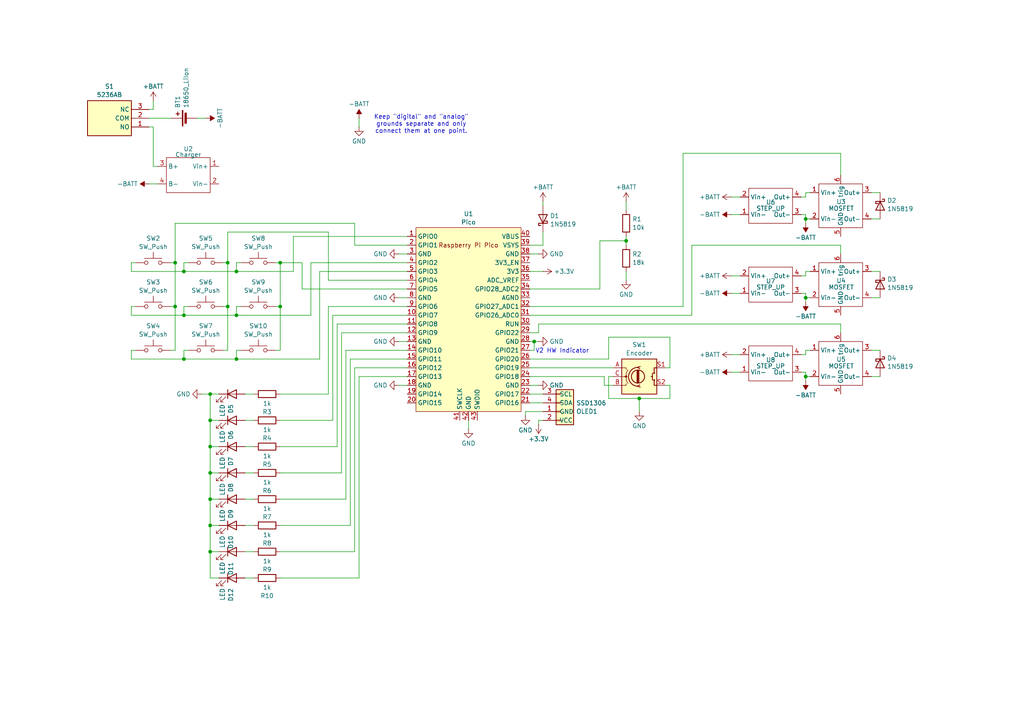
<source format=kicad_sch>
(kicad_sch (version 20231120) (generator "eeschema") (generator_version "8.0")
  (paper "A4")
  (title_block (title "LARS V2") (date "2024-05-14") (rev "2") (comment 1 "https://git.xythobuz.de/thomas/drumkit") (comment 2 "Licensed under the CERN-OHL-S-2.0+") (comment 4 "Copyright (c) 2024 Thomas Buck, Kauzerei"))
  (lib_symbols
    (symbol "5236ab:5236AB"
      (property "Reference" "S1" (at 11.43 -11.7645 0))
      (property "Value" "5236AB" (at 11.43 -9.3402 0))
      (symbol "5236AB_1_1"
        (rectangle (start 5.08 2.54) (end 17.78 -7.62) (stroke (width 0.254)) (fill (type background)))
        (pin passive line (at 0 0 0) (length 5.08) (name "NO") (number "1"))
        (pin passive line (at 0 -2.54 0) (length 5.08) (name "COM") (number "2"))
        (pin passive line (at 0 -5.08 0) (length 5.08) (name "NC") (number "3"))
      )
    )
    (symbol "Device:Battery_Cell" (pin_numbers hide) (pin_names (offset 0) hide)
      (property "Reference" "BT" (at 2.54 2.54 0))
      (property "Value" "Battery_Cell" (at 2.54 0 0))
      (symbol "Battery_Cell_0_1"
        (rectangle (start -2.286 1.778) (end 2.286 1.524) (fill (type outline)))
        (rectangle (start -1.524 1.016) (end 1.524 0.508) (fill (type outline)))
        (polyline (pts (xy 0 0.762) (xy 0 0)))
        (polyline (pts (xy 0 1.778) (xy 0 2.54)))
        (polyline (pts (xy 0.762 3.048) (xy 1.778 3.048)) (stroke (width 0.254)))
        (polyline (pts (xy 1.27 3.556) (xy 1.27 2.54)) (stroke (width 0.254)))
      )
      (symbol "Battery_Cell_1_1"
        (pin passive line (at 0 5.08 270) (length 2.54) (name "+") (number "1"))
        (pin passive line (at 0 -2.54 90) (length 2.54) (name "-") (number "2"))
      )
    )
    (symbol "Device:LED" (pin_numbers hide) (pin_names (offset 1.016) hide)
      (property "Reference" "D" (at 0 2.54 0))
      (property "Value" "LED" (at 0 -2.54 0))
      (symbol "LED_0_1"
        (polyline (pts (xy -1.27 -1.27) (xy -1.27 1.27)) (stroke (width 0.254)))
        (polyline (pts (xy -1.27 0) (xy 1.27 0)))
        (polyline (pts (xy 1.27 -1.27) (xy 1.27 1.27) (xy -1.27 0) (xy 1.27 -1.27)) (stroke (width 0.254)))
        (polyline (pts (xy -3.048 -0.762) (xy -4.572 -2.286) (xy -3.81 -2.286) (xy -4.572 -2.286) (xy -4.572 -1.524)))
        (polyline (pts (xy -1.778 -0.762) (xy -3.302 -2.286) (xy -2.54 -2.286) (xy -3.302 -2.286) (xy -3.302 -1.524)))
      )
      (symbol "LED_1_1"
        (pin passive line (at -3.81 0 0) (length 2.54) (name "K") (number "1"))
        (pin passive line (at 3.81 0 180) (length 2.54) (name "A") (number "2"))
      )
    )
    (symbol "Device:R" (pin_numbers hide) (pin_names (offset 0))
      (property "Reference" "R" (at 2.032 0 90))
      (property "Value" "R" (at 0 0 90))
      (symbol "R_0_1"
        (rectangle (start -1.016 -2.54) (end 1.016 2.54) (stroke (width 0.254)))
      )
      (symbol "R_1_1"
        (pin passive line (at 0 3.81 270) (length 1.27) (name "~") (number "1"))
        (pin passive line (at 0 -3.81 90) (length 1.27) (name "~") (number "2"))
      )
    )
    (symbol "Device:RotaryEncoder_Switch" (pin_names (offset 0.254) hide)
      (property "Reference" "SW" (at 0 6.604 0))
      (property "Value" "RotaryEncoder_Switch" (at 0 -6.604 0))
      (symbol "RotaryEncoder_Switch_0_1"
        (rectangle (start -5.08 5.08) (end 5.08 -5.08) (stroke (width 0.254)) (fill (type background)))
        (circle (center -3.81 0) (radius 0.254) (fill (type outline)))
        (circle (center -0.381 0) (radius 1.905) (stroke (width 0.254)))
        (arc (start -0.381 2.667) (mid -3.0988 -0.0635) (end -0.381 -2.794) (stroke (width 0.254)))
        (polyline (pts (xy -0.635 -1.778) (xy -0.635 1.778)) (stroke (width 0.254)))
        (polyline (pts (xy -0.381 -1.778) (xy -0.381 1.778)) (stroke (width 0.254)))
        (polyline (pts (xy -0.127 1.778) (xy -0.127 -1.778)) (stroke (width 0.254)))
        (polyline (pts (xy 3.81 0) (xy 3.429 0)) (stroke (width 0.254)))
        (polyline (pts (xy 3.81 1.016) (xy 3.81 -1.016)) (stroke (width 0.254)))
        (polyline (pts (xy -5.08 -2.54) (xy -3.81 -2.54) (xy -3.81 -2.032)))
        (polyline (pts (xy -5.08 2.54) (xy -3.81 2.54) (xy -3.81 2.032)))
        (polyline (pts (xy 0.254 -3.048) (xy -0.508 -2.794) (xy 0.127 -2.413)) (stroke (width 0.254)))
        (polyline (pts (xy 0.254 2.921) (xy -0.508 2.667) (xy 0.127 2.286)) (stroke (width 0.254)))
        (polyline (pts (xy 5.08 -2.54) (xy 4.318 -2.54) (xy 4.318 -1.016)) (stroke (width 0.254)))
        (polyline (pts (xy 5.08 2.54) (xy 4.318 2.54) (xy 4.318 1.016)) (stroke (width 0.254)))
        (polyline (pts (xy -5.08 0) (xy -3.81 0) (xy -3.81 -1.016) (xy -3.302 -2.032)))
        (polyline (pts (xy -4.318 0) (xy -3.81 0) (xy -3.81 1.016) (xy -3.302 2.032)))
        (circle (center 4.318 -1.016) (radius 0.127) (stroke (width 0.254)))
        (circle (center 4.318 1.016) (radius 0.127) (stroke (width 0.254)))
      )
      (symbol "RotaryEncoder_Switch_1_1"
        (pin passive line (at -7.62 2.54 0) (length 2.54) (name "A") (number "A"))
        (pin passive line (at -7.62 -2.54 0) (length 2.54) (name "B") (number "B"))
        (pin passive line (at -7.62 0 0) (length 2.54) (name "C") (number "C"))
        (pin passive line (at 7.62 2.54 180) (length 2.54) (name "S1") (number "S1"))
        (pin passive line (at 7.62 -2.54 180) (length 2.54) (name "S2") (number "S2"))
      )
    )
    (symbol "Diode:1N5819" (pin_numbers hide) (pin_names (offset 1.016) hide)
      (property "Reference" "D" (at 0 2.54 0))
      (property "Value" "1N5819" (at 0 -2.54 0))
      (symbol "1N5819_0_1"
        (polyline (pts (xy 1.27 0) (xy -1.27 0)))
        (polyline (pts (xy 1.27 1.27) (xy 1.27 -1.27) (xy -1.27 0) (xy 1.27 1.27)) (stroke (width 0.254)))
        (polyline (pts (xy -1.905 0.635) (xy -1.905 1.27) (xy -1.27 1.27) (xy -1.27 -1.27) (xy -0.635 -1.27) (xy -0.635 -0.635)) (stroke (width 0.254)))
      )
      (symbol "1N5819_1_1"
        (pin passive line (at -3.81 0 0) (length 2.54) (name "K") (number "1"))
        (pin passive line (at 3.81 0 180) (length 2.54) (name "A") (number "2"))
      )
    )
    (symbol "KiCad-RP-Pico:Pico"
      (property "Reference" "U" (at -13.97 27.94 0))
      (property "Value" "Pico" (at 0 19.05 0))
      (symbol "Pico_0_0"
        (text "Raspberry Pi Pico" (at 0 21.59 0) (effects (font (size 1.27 1.27))))
      )
      (symbol "Pico_0_1"
        (rectangle (start -15.24 26.67) (end 15.24 -26.67) (fill (type background)))
      )
      (symbol "Pico_1_1"
        (pin bidirectional line (at -17.78 24.13 0) (length 2.54) (name "GPIO0") (number "1"))
        (pin bidirectional line (at -17.78 1.27 0) (length 2.54) (name "GPIO7") (number "10"))
        (pin bidirectional line (at -17.78 -1.27 0) (length 2.54) (name "GPIO8") (number "11"))
        (pin bidirectional line (at -17.78 -3.81 0) (length 2.54) (name "GPIO9") (number "12"))
        (pin power_in line (at -17.78 -6.35 0) (length 2.54) (name "GND") (number "13"))
        (pin bidirectional line (at -17.78 -8.89 0) (length 2.54) (name "GPIO10") (number "14"))
        (pin bidirectional line (at -17.78 -11.43 0) (length 2.54) (name "GPIO11") (number "15"))
        (pin bidirectional line (at -17.78 -13.97 0) (length 2.54) (name "GPIO12") (number "16"))
        (pin bidirectional line (at -17.78 -16.51 0) (length 2.54) (name "GPIO13") (number "17"))
        (pin power_in line (at -17.78 -19.05 0) (length 2.54) (name "GND") (number "18"))
        (pin bidirectional line (at -17.78 -21.59 0) (length 2.54) (name "GPIO14") (number "19"))
        (pin bidirectional line (at -17.78 21.59 0) (length 2.54) (name "GPIO1") (number "2"))
        (pin bidirectional line (at -17.78 -24.13 0) (length 2.54) (name "GPIO15") (number "20"))
        (pin bidirectional line (at 17.78 -24.13 180) (length 2.54) (name "GPIO16") (number "21"))
        (pin bidirectional line (at 17.78 -21.59 180) (length 2.54) (name "GPIO17") (number "22"))
        (pin power_in line (at 17.78 -19.05 180) (length 2.54) (name "GND") (number "23"))
        (pin bidirectional line (at 17.78 -16.51 180) (length 2.54) (name "GPIO18") (number "24"))
        (pin bidirectional line (at 17.78 -13.97 180) (length 2.54) (name "GPIO19") (number "25"))
        (pin bidirectional line (at 17.78 -11.43 180) (length 2.54) (name "GPIO20") (number "26"))
        (pin bidirectional line (at 17.78 -8.89 180) (length 2.54) (name "GPIO21") (number "27"))
        (pin power_in line (at 17.78 -6.35 180) (length 2.54) (name "GND") (number "28"))
        (pin bidirectional line (at 17.78 -3.81 180) (length 2.54) (name "GPIO22") (number "29"))
        (pin power_in line (at -17.78 19.05 0) (length 2.54) (name "GND") (number "3"))
        (pin input line (at 17.78 -1.27 180) (length 2.54) (name "RUN") (number "30"))
        (pin bidirectional line (at 17.78 1.27 180) (length 2.54) (name "GPIO26_ADC0") (number "31"))
        (pin bidirectional line (at 17.78 3.81 180) (length 2.54) (name "GPIO27_ADC1") (number "32"))
        (pin power_in line (at 17.78 6.35 180) (length 2.54) (name "AGND") (number "33"))
        (pin bidirectional line (at 17.78 8.89 180) (length 2.54) (name "GPIO28_ADC2") (number "34"))
        (pin input line (at 17.78 11.43 180) (length 2.54) (name "ADC_VREF") (number "35"))
        (pin power_out line (at 17.78 13.97 180) (length 2.54) (name "3V3") (number "36"))
        (pin input line (at 17.78 16.51 180) (length 2.54) (name "3V3_EN") (number "37"))
        (pin power_in line (at 17.78 19.05 180) (length 2.54) (name "GND") (number "38"))
        (pin power_in line (at 17.78 21.59 180) (length 2.54) (name "VSYS") (number "39"))
        (pin bidirectional line (at -17.78 16.51 0) (length 2.54) (name "GPIO2") (number "4"))
        (pin power_in line (at 17.78 24.13 180) (length 2.54) (name "VBUS") (number "40"))
        (pin input line (at -2.54 -29.21 90) (length 2.54) (name "SWCLK") (number "41"))
        (pin power_in line (at 0 -29.21 90) (length 2.54) (name "GND") (number "42"))
        (pin bidirectional line (at 2.54 -29.21 90) (length 2.54) (name "SWDIO") (number "43"))
        (pin bidirectional line (at -17.78 13.97 0) (length 2.54) (name "GPIO3") (number "5"))
        (pin bidirectional line (at -17.78 11.43 0) (length 2.54) (name "GPIO4") (number "6"))
        (pin bidirectional line (at -17.78 8.89 0) (length 2.54) (name "GPIO5") (number "7"))
        (pin power_in line (at -17.78 6.35 0) (length 2.54) (name "GND") (number "8"))
        (pin bidirectional line (at -17.78 3.81 0) (length 2.54) (name "GPIO6") (number "9"))
      )
    )
    (symbol "Switch:SW_Push" (pin_numbers hide) (pin_names (offset 1.016) hide)
      (property "Reference" "SW" (at 1.27 2.54 0))
      (property "Value" "SW_Push" (at 0 -1.524 0))
      (symbol "SW_Push_0_1"
        (circle (center -2.032 0) (radius 0.508))
        (polyline (pts (xy 0 1.27) (xy 0 3.048)))
        (polyline (pts (xy 2.54 1.27) (xy -2.54 1.27)))
        (circle (center 2.032 0) (radius 0.508))
        (pin passive line (at -5.08 0 0) (length 2.54) (name "1") (number "1"))
        (pin passive line (at 5.08 0 180) (length 2.54) (name "2") (number "2"))
      )
    )
    (symbol "chinese_modules:charger"
      (property "Reference" "U" (at 0 0 0))
      (symbol "charger_0_1"
        (rectangle (start -6.35 5.08) (end 6.35 -5.08))
      )
      (symbol "charger_1_1"
        (pin input line (at 8.89 2.54 180) (length 2.54) (name "Vin+") (number "1"))
        (pin input line (at 8.89 -2.54 180) (length 2.54) (name "Vin-") (number "2"))
        (pin input line (at -8.89 2.54 0) (length 2.54) (name "B+") (number "3"))
        (pin input line (at -8.89 -2.54 0) (length 2.54) (name "B-") (number "4"))
      )
    )
    (symbol "chinese_modules:dc-dc"
      (property "Reference" "U6" (at 0 1.016 0))
      (property "Value" "STEP_UP" (at 0 -0.762 0))
      (symbol "dc-dc_0_1"
        (rectangle (start -6.35 5.08) (end 6.35 -5.08))
      )
      (symbol "dc-dc_1_1"
        (pin power_in line (at -8.89 -2.54 0) (length 2.54) (name "Vin-") (number "1"))
        (pin power_in line (at -8.89 2.54 0) (length 2.54) (name "Vin+") (number "2"))
        (pin power_out line (at 8.89 -2.54 180) (length 2.54) (name "Out-") (number "3"))
        (pin power_out line (at 8.89 2.54 180) (length 2.54) (name "Out+") (number "4"))
      )
    )
    (symbol "chinese_modules:xy-mos"
      (property "Reference" "U3" (at -1.27 1.1734 0))
      (property "Value" "~" (at -0.508 -0.508 0))
      (symbol "xy-mos_0_1"
        (rectangle (start -6.35 6.35) (end 6.35 -6.35))
      )
      (symbol "xy-mos_1_1"
        (pin power_in line (at -8.89 3.81 0) (length 2.54) (name "Vin+") (number "1"))
        (pin power_in line (at -8.89 -3.81 0) (length 2.54) (name "Vin-") (number "2"))
        (pin power_out line (at 8.89 3.81 180) (length 2.54) (name "Out+") (number "3"))
        (pin power_out line (at 8.89 -3.81 180) (length 2.54) (name "Out-") (number "4"))
        (pin input line (at 0 -8.89 90) (length 2.54) (name "GND") (number "5"))
        (pin input line (at 0 8.89 270) (length 2.54) (name "trig") (number "6"))
      )
    )
    (symbol "dc-dc_1"
      (property "Reference" "U8" (at 0 1.016 0))
      (property "Value" "STEP_UP" (at 0 -0.762 0))
      (symbol "dc-dc_1_0_1"
        (rectangle (start -6.35 5.08) (end 6.35 -5.08))
      )
      (symbol "dc-dc_1_1_1"
        (pin power_in line (at -8.89 -2.54 0) (length 2.54) (name "Vin-") (number "1"))
        (pin power_in line (at -8.89 2.54 0) (length 2.54) (name "Vin+") (number "2"))
        (pin power_out line (at 8.89 -2.54 180) (length 2.54) (name "Out-") (number "3"))
        (pin power_out line (at 8.89 2.54 180) (length 2.54) (name "Out+") (number "4"))
      )
    )
    (symbol "dc-dc_2"
      (property "Reference" "U7" (at 0 1.016 0))
      (property "Value" "STEP_UP" (at 0 -0.762 0))
      (symbol "dc-dc_2_0_1"
        (rectangle (start -6.35 5.08) (end 6.35 -5.08))
      )
      (symbol "dc-dc_2_1_1"
        (pin power_in line (at -8.89 -2.54 0) (length 2.54) (name "Vin-") (number "1"))
        (pin power_in line (at -8.89 2.54 0) (length 2.54) (name "Vin+") (number "2"))
        (pin power_out line (at 8.89 -2.54 180) (length 2.54) (name "Out-") (number "3"))
        (pin power_out line (at 8.89 2.54 180) (length 2.54) (name "Out+") (number "4"))
      )
    )
    (symbol "power:+3.3V" (power) (pin_numbers hide) (pin_names (offset 0) hide)
      (property "Value" "+3.3V" (at 0 3.556 0))
      (symbol "+3.3V_0_1"
        (polyline (pts (xy -0.762 1.27) (xy 0 2.54)))
        (polyline (pts (xy 0 0) (xy 0 2.54)))
        (polyline (pts (xy 0 2.54) (xy 0.762 1.27)))
      )
      (symbol "+3.3V_1_1"
        (pin power_in line (at 0 0 90) (length 0) (name "~") (number "1"))
      )
    )
    (symbol "power:+BATT" (power) (pin_numbers hide) (pin_names (offset 0) hide)
      (property "Value" "+BATT" (at 0 3.556 0))
      (symbol "+BATT_0_1"
        (polyline (pts (xy -0.762 1.27) (xy 0 2.54)))
        (polyline (pts (xy 0 0) (xy 0 2.54)))
        (polyline (pts (xy 0 2.54) (xy 0.762 1.27)))
      )
      (symbol "+BATT_1_1"
        (pin power_in line (at 0 0 90) (length 0) (name "~") (number "1"))
      )
    )
    (symbol "power:-BATT" (power) (pin_numbers hide) (pin_names (offset 0) hide)
      (property "Value" "-BATT" (at 0 3.556 0))
      (symbol "-BATT_0_1"
        (polyline (pts (xy 0 0) (xy 0 2.54)))
        (polyline (pts (xy 0.762 1.27) (xy -0.762 1.27) (xy 0 2.54) (xy 0.762 1.27)) (fill (type outline)))
      )
      (symbol "-BATT_1_1"
        (pin power_in line (at 0 0 90) (length 0) (name "~") (number "1"))
      )
    )
    (symbol "power:GND" (power) (pin_numbers hide) (pin_names (offset 0) hide)
      (property "Value" "GND" (at 0 -3.81 0))
      (symbol "GND_0_1"
        (polyline (pts (xy 0 0) (xy 0 -1.27) (xy 1.27 -1.27) (xy 0 -2.54) (xy -1.27 -1.27) (xy 0 -1.27)))
      )
      (symbol "GND_1_1"
        (pin power_in line (at 0 0 270) (length 0) (name "~") (number "1"))
      )
    )
    (symbol "ssd1306:SSD1306" (pin_names (offset 1.016))
      (property "Reference" "OLED" (at 0 5.08 0))
      (property "Value" "SSD1306" (at 0 -7.62 0))
      (symbol "SSD1306_1_1"
        (rectangle (start -1.27 -4.953) (end 0 -5.207) (stroke (width 0.1524)))
        (rectangle (start -1.27 -2.413) (end 0 -2.667) (stroke (width 0.1524)))
        (rectangle (start -1.27 0.127) (end 0 -0.127) (stroke (width 0.1524)))
        (rectangle (start -1.27 2.667) (end 0 2.413) (stroke (width 0.1524)))
        (rectangle (start -1.27 3.81) (end 3.81 -6.35) (stroke (width 0.254)) (fill (type background)))
        (pin power_in line (at -5.08 0 0) (length 3.81) (name "GND") (number "1"))
        (pin power_in line (at -5.08 2.54 0) (length 3.81) (name "VCC") (number "2"))
        (pin input line (at -5.08 -5.08 0) (length 3.81) (name "SCL") (number "3"))
        (pin bidirectional line (at -5.08 -2.54 0) (length 3.81) (name "SDA") (number "4"))
      )
    )
  )
  (junction (at 60.96 114.3))
  (junction (at 50.8 88.9))
  (junction (at 60.96 137.16))
  (junction (at 68.58 91.44))
  (junction (at 50.8 76.2))
  (junction (at 53.34 78.74))
  (junction (at 53.34 104.14))
  (junction (at 181.61 69.85))
  (junction (at 60.96 129.54))
  (junction (at 68.58 104.14))
  (junction (at 66.04 88.9))
  (junction (at 60.96 152.4))
  (junction (at 60.96 160.02))
  (junction (at 60.96 121.92))
  (junction (at 233.68 86.36))
  (junction (at 185.42 115.57))
  (junction (at 154.94 99.06))
  (junction (at 233.68 63.5))
  (junction (at 81.28 76.2))
  (junction (at 68.58 78.74))
  (junction (at 233.68 109.22))
  (junction (at 81.28 88.9))
  (junction (at 53.34 91.44))
  (junction (at 60.96 144.78))
  (junction (at 66.04 76.2))
  (wire (pts (xy 194.31 111.76) (xy 193.04 111.76)))
  (wire (pts (xy 53.34 91.44) (xy 68.58 91.44)))
  (wire (pts (xy 157.48 119.38) (xy 152.4 119.38)))
  (wire (pts (xy 175.26 111.76) (xy 175.26 109.22)))
  (wire (pts (xy 252.73 86.36) (xy 255.27 86.36)))
  (wire (pts (xy 198.12 44.45) (xy 243.84 44.45)))
  (wire (pts (xy 156.21 93.98) (xy 243.84 93.98)))
  (wire (pts (xy 97.79 129.54) (xy 81.28 129.54)))
  (wire (pts (xy 233.68 63.5) (xy 233.68 64.77)))
  (wire (pts (xy 66.04 76.2) (xy 66.04 88.9)))
  (wire (pts (xy 95.25 114.3) (xy 81.28 114.3)))
  (wire (pts (xy 232.41 62.23) (xy 233.68 62.23)))
  (wire (pts (xy 53.34 104.14) (xy 68.58 104.14)))
  (wire (pts (xy 80.01 76.2) (xy 81.28 76.2)))
  (wire (pts (xy 233.68 62.23) (xy 233.68 63.5)))
  (wire (pts (xy 102.87 106.68) (xy 102.87 160.02)))
  (wire (pts (xy 87.63 83.82) (xy 118.11 83.82)))
  (wire (pts (xy 81.28 76.2) (xy 81.28 88.9)))
  (wire (pts (xy 194.31 106.68) (xy 194.31 97.79)))
  (wire (pts (xy 212.09 102.87) (xy 214.63 102.87)))
  (wire (pts (xy 92.71 78.74) (xy 92.71 104.14)))
  (wire (pts (xy 38.1 104.14) (xy 53.34 104.14)))
  (wire (pts (xy 233.68 109.22) (xy 233.68 110.49)))
  (wire (pts (xy 66.04 67.31) (xy 66.04 76.2)))
  (wire (pts (xy 233.68 78.74) (xy 234.95 78.74)))
  (wire (pts (xy 232.41 85.09) (xy 233.68 85.09)))
  (wire (pts (xy 60.96 137.16) (xy 60.96 144.78)))
  (wire (pts (xy 71.12 152.4) (xy 73.66 152.4)))
  (wire (pts (xy 118.11 88.9) (xy 95.25 88.9)))
  (wire (pts (xy 118.11 106.68) (xy 102.87 106.68)))
  (wire (pts (xy 39.37 76.2) (xy 38.1 76.2)))
  (wire (pts (xy 68.58 88.9) (xy 68.58 91.44)))
  (wire (pts (xy 38.1 91.44) (xy 53.34 91.44)))
  (wire (pts (xy 194.31 115.57) (xy 194.31 111.76)))
  (wire (pts (xy 154.94 101.6) (xy 154.94 99.06)))
  (wire (pts (xy 38.1 101.6) (xy 38.1 104.14)))
  (wire (pts (xy 153.67 78.74) (xy 157.48 78.74)))
  (wire (pts (xy 87.63 83.82) (xy 87.63 76.2)))
  (wire (pts (xy 102.87 71.12) (xy 118.11 71.12)))
  (wire (pts (xy 99.06 137.16) (xy 81.28 137.16)))
  (wire (pts (xy 176.53 97.79) (xy 176.53 104.14)))
  (wire (pts (xy 95.25 81.28) (xy 95.25 67.31)))
  (wire (pts (xy 60.96 152.4) (xy 63.5 152.4)))
  (wire (pts (xy 104.14 34.29) (xy 104.14 36.83)))
  (wire (pts (xy 53.34 76.2) (xy 53.34 78.74)))
  (wire (pts (xy 252.73 78.74) (xy 255.27 78.74)))
  (wire (pts (xy 63.5 114.3) (xy 60.96 114.3)))
  (wire (pts (xy 153.67 114.3) (xy 157.48 114.3)))
  (wire (pts (xy 60.96 144.78) (xy 63.5 144.78)))
  (wire (pts (xy 185.42 115.57) (xy 185.42 119.38)))
  (wire (pts (xy 252.73 55.88) (xy 255.27 55.88)))
  (wire (pts (xy 87.63 76.2) (xy 81.28 76.2)))
  (wire (pts (xy 194.31 106.68) (xy 193.04 106.68)))
  (wire (pts (xy 66.04 101.6) (xy 66.04 88.9)))
  (wire (pts (xy 232.41 102.87) (xy 233.68 102.87)))
  (wire (pts (xy 85.09 68.58) (xy 85.09 78.74)))
  (wire (pts (xy 60.96 114.3) (xy 60.96 121.92)))
  (wire (pts (xy 153.67 83.82) (xy 173.99 83.82)))
  (wire (pts (xy 57.15 34.29) (xy 59.69 34.29)))
  (wire (pts (xy 60.96 129.54) (xy 60.96 137.16)))
  (wire (pts (xy 60.96 152.4) (xy 60.96 160.02)))
  (wire (pts (xy 66.04 67.31) (xy 95.25 67.31)))
  (wire (pts (xy 71.12 137.16) (xy 73.66 137.16)))
  (wire (pts (xy 233.68 55.88) (xy 234.95 55.88)))
  (wire (pts (xy 50.8 101.6) (xy 49.53 101.6)))
  (wire (pts (xy 60.96 121.92) (xy 60.96 129.54)))
  (wire (pts (xy 60.96 160.02) (xy 63.5 160.02)))
  (wire (pts (xy 153.67 88.9) (xy 198.12 88.9)))
  (wire (pts (xy 115.57 111.76) (xy 118.11 111.76)))
  (wire (pts (xy 53.34 78.74) (xy 68.58 78.74)))
  (wire (pts (xy 71.12 121.92) (xy 73.66 121.92)))
  (wire (pts (xy 99.06 96.52) (xy 99.06 137.16)))
  (wire (pts (xy 212.09 107.95) (xy 214.63 107.95)))
  (wire (pts (xy 60.96 121.92) (xy 63.5 121.92)))
  (wire (pts (xy 233.68 63.5) (xy 234.95 63.5)))
  (wire (pts (xy 233.68 101.6) (xy 234.95 101.6)))
  (wire (pts (xy 118.11 104.14) (xy 101.6 104.14)))
  (wire (pts (xy 71.12 144.78) (xy 73.66 144.78)))
  (wire (pts (xy 80.01 101.6) (xy 81.28 101.6)))
  (wire (pts (xy 53.34 88.9) (xy 54.61 88.9)))
  (wire (pts (xy 64.77 76.2) (xy 66.04 76.2)))
  (wire (pts (xy 153.67 111.76) (xy 156.21 111.76)))
  (wire (pts (xy 64.77 101.6) (xy 66.04 101.6)))
  (wire (pts (xy 177.8 109.22) (xy 176.53 109.22)))
  (wire (pts (xy 44.45 36.83) (xy 44.45 48.26)))
  (wire (pts (xy 115.57 99.06) (xy 118.11 99.06)))
  (wire (pts (xy 181.61 69.85) (xy 181.61 71.12)))
  (wire (pts (xy 157.48 71.12) (xy 157.48 67.31)))
  (wire (pts (xy 49.53 76.2) (xy 50.8 76.2)))
  (wire (pts (xy 39.37 101.6) (xy 38.1 101.6)))
  (wire (pts (xy 153.67 101.6) (xy 154.94 101.6)))
  (wire (pts (xy 118.11 93.98) (xy 97.79 93.98)))
  (wire (pts (xy 176.53 104.14) (xy 153.67 104.14)))
  (wire (pts (xy 54.61 76.2) (xy 53.34 76.2)))
  (wire (pts (xy 60.96 137.16) (xy 63.5 137.16)))
  (wire (pts (xy 232.41 80.01) (xy 233.68 80.01)))
  (wire (pts (xy 157.48 58.42) (xy 157.48 59.69)))
  (wire (pts (xy 38.1 88.9) (xy 38.1 91.44)))
  (wire (pts (xy 115.57 73.66) (xy 118.11 73.66)))
  (wire (pts (xy 252.73 63.5) (xy 255.27 63.5)))
  (wire (pts (xy 68.58 91.44) (xy 90.17 91.44)))
  (wire (pts (xy 102.87 64.77) (xy 102.87 71.12)))
  (wire (pts (xy 60.96 160.02) (xy 60.96 167.64)))
  (wire (pts (xy 71.12 129.54) (xy 73.66 129.54)))
  (wire (pts (xy 69.85 101.6) (xy 68.58 101.6)))
  (wire (pts (xy 68.58 101.6) (xy 68.58 104.14)))
  (wire (pts (xy 92.71 78.74) (xy 118.11 78.74)))
  (wire (pts (xy 233.68 80.01) (xy 233.68 78.74)))
  (wire (pts (xy 66.04 88.9) (xy 64.77 88.9)))
  (wire (pts (xy 135.89 121.92) (xy 135.89 124.46)))
  (wire (pts (xy 212.09 80.01) (xy 214.63 80.01)))
  (wire (pts (xy 176.53 109.22) (xy 176.53 115.57)))
  (wire (pts (xy 90.17 76.2) (xy 118.11 76.2)))
  (wire (pts (xy 185.42 115.57) (xy 194.31 115.57)))
  (wire (pts (xy 118.11 91.44) (xy 96.52 91.44)))
  (wire (pts (xy 97.79 93.98) (xy 97.79 129.54)))
  (wire (pts (xy 85.09 68.58) (xy 118.11 68.58)))
  (wire (pts (xy 44.45 31.75) (xy 43.18 31.75)))
  (wire (pts (xy 243.84 44.45) (xy 243.84 50.8)))
  (wire (pts (xy 101.6 152.4) (xy 81.28 152.4)))
  (wire (pts (xy 53.34 101.6) (xy 54.61 101.6)))
  (wire (pts (xy 115.57 86.36) (xy 118.11 86.36)))
  (wire (pts (xy 102.87 64.77) (xy 50.8 64.77)))
  (wire (pts (xy 60.96 144.78) (xy 60.96 152.4)))
  (wire (pts (xy 233.68 57.15) (xy 233.68 55.88)))
  (wire (pts (xy 154.94 99.06) (xy 156.21 99.06)))
  (wire (pts (xy 232.41 57.15) (xy 233.68 57.15)))
  (wire (pts (xy 233.68 85.09) (xy 233.68 86.36)))
  (wire (pts (xy 50.8 88.9) (xy 50.8 101.6)))
  (wire (pts (xy 200.66 91.44) (xy 153.67 91.44)))
  (wire (pts (xy 104.14 109.22) (xy 104.14 167.64)))
  (wire (pts (xy 71.12 114.3) (xy 73.66 114.3)))
  (wire (pts (xy 233.68 102.87) (xy 233.68 101.6)))
  (wire (pts (xy 53.34 91.44) (xy 53.34 88.9)))
  (wire (pts (xy 60.96 129.54) (xy 63.5 129.54)))
  (wire (pts (xy 243.84 71.12) (xy 200.66 71.12)))
  (wire (pts (xy 69.85 88.9) (xy 68.58 88.9)))
  (wire (pts (xy 53.34 104.14) (xy 53.34 101.6)))
  (wire (pts (xy 118.11 101.6) (xy 100.33 101.6)))
  (wire (pts (xy 233.68 86.36) (xy 233.68 87.63)))
  (wire (pts (xy 153.67 99.06) (xy 154.94 99.06)))
  (wire (pts (xy 44.45 29.21) (xy 44.45 31.75)))
  (wire (pts (xy 96.52 91.44) (xy 96.52 121.92)))
  (wire (pts (xy 68.58 78.74) (xy 68.58 76.2)))
  (wire (pts (xy 118.11 109.22) (xy 104.14 109.22)))
  (wire (pts (xy 68.58 76.2) (xy 69.85 76.2)))
  (wire (pts (xy 243.84 73.66) (xy 243.84 71.12)))
  (wire (pts (xy 153.67 116.84) (xy 157.48 116.84)))
  (wire (pts (xy 68.58 104.14) (xy 92.71 104.14)))
  (wire (pts (xy 38.1 78.74) (xy 53.34 78.74)))
  (wire (pts (xy 118.11 96.52) (xy 99.06 96.52)))
  (wire (pts (xy 44.45 48.26) (xy 45.72 48.26)))
  (wire (pts (xy 181.61 58.42) (xy 181.61 60.96)))
  (wire (pts (xy 38.1 76.2) (xy 38.1 78.74)))
  (wire (pts (xy 173.99 69.85) (xy 181.61 69.85)))
  (wire (pts (xy 252.73 109.22) (xy 255.27 109.22)))
  (wire (pts (xy 233.68 109.22) (xy 234.95 109.22)))
  (wire (pts (xy 39.37 88.9) (xy 38.1 88.9)))
  (wire (pts (xy 156.21 93.98) (xy 156.21 96.52)))
  (wire (pts (xy 50.8 76.2) (xy 50.8 88.9)))
  (wire (pts (xy 181.61 68.58) (xy 181.61 69.85)))
  (wire (pts (xy 95.25 88.9) (xy 95.25 114.3)))
  (wire (pts (xy 153.67 73.66) (xy 156.21 73.66)))
  (wire (pts (xy 212.09 85.09) (xy 214.63 85.09)))
  (wire (pts (xy 71.12 167.64) (xy 73.66 167.64)))
  (wire (pts (xy 80.01 88.9) (xy 81.28 88.9)))
  (wire (pts (xy 153.67 106.68) (xy 177.8 106.68)))
  (wire (pts (xy 200.66 71.12) (xy 200.66 91.44)))
  (wire (pts (xy 176.53 115.57) (xy 185.42 115.57)))
  (wire (pts (xy 243.84 93.98) (xy 243.84 96.52)))
  (wire (pts (xy 175.26 109.22) (xy 153.67 109.22)))
  (wire (pts (xy 43.18 53.34) (xy 45.72 53.34)))
  (wire (pts (xy 96.52 121.92) (xy 81.28 121.92)))
  (wire (pts (xy 233.68 86.36) (xy 234.95 86.36)))
  (wire (pts (xy 60.96 167.64) (xy 63.5 167.64)))
  (wire (pts (xy 233.68 107.95) (xy 233.68 109.22)))
  (wire (pts (xy 71.12 160.02) (xy 73.66 160.02)))
  (wire (pts (xy 104.14 167.64) (xy 81.28 167.64)))
  (wire (pts (xy 173.99 83.82) (xy 173.99 69.85)))
  (wire (pts (xy 153.67 71.12) (xy 157.48 71.12)))
  (wire (pts (xy 85.09 78.74) (xy 68.58 78.74)))
  (wire (pts (xy 252.73 101.6) (xy 255.27 101.6)))
  (wire (pts (xy 100.33 144.78) (xy 81.28 144.78)))
  (wire (pts (xy 49.53 88.9) (xy 50.8 88.9)))
  (wire (pts (xy 181.61 78.74) (xy 181.61 81.28)))
  (wire (pts (xy 152.4 119.38) (xy 152.4 120.65)))
  (wire (pts (xy 101.6 104.14) (xy 101.6 152.4)))
  (wire (pts (xy 58.42 114.3) (xy 60.96 114.3)))
  (wire (pts (xy 44.45 36.83) (xy 43.18 36.83)))
  (wire (pts (xy 50.8 64.77) (xy 50.8 76.2)))
  (wire (pts (xy 100.33 101.6) (xy 100.33 144.78)))
  (wire (pts (xy 118.11 81.28) (xy 95.25 81.28)))
  (wire (pts (xy 43.18 34.29) (xy 49.53 34.29)))
  (wire (pts (xy 156.21 96.52) (xy 153.67 96.52)))
  (wire (pts (xy 212.09 57.15) (xy 214.63 57.15)))
  (wire (pts (xy 156.21 121.92) (xy 156.21 123.19)))
  (wire (pts (xy 102.87 160.02) (xy 81.28 160.02)))
  (wire (pts (xy 157.48 121.92) (xy 156.21 121.92)))
  (wire (pts (xy 232.41 107.95) (xy 233.68 107.95)))
  (wire (pts (xy 194.31 97.79) (xy 176.53 97.79)))
  (wire (pts (xy 198.12 44.45) (xy 198.12 88.9)))
  (wire (pts (xy 212.09 62.23) (xy 214.63 62.23)))
  (wire (pts (xy 177.8 111.76) (xy 175.26 111.76)))
  (wire (pts (xy 81.28 101.6) (xy 81.28 88.9)))
  (wire (pts (xy 90.17 76.2) (xy 90.17 91.44)))
  (text "Keep \"digital\" and \"analog\"\ngrounds separate and only\nconnect them at one point." (at 122.174 36.068 0) (effects (font (size 1.27 1.27))))
  (text "V2 HW Indicator" (at 163.068 101.854 0) (effects (font (size 1.27 1.27))))
  (symbol (lib_id "Device:R") (at 77.47 129.54 90) (mirror x) (unit 1)
    (property "Reference" "R5" (at 77.47 134.7005 90))
    (property "Value" "1k" (at 77.47 132.2762 90))
    (property "Footprint" "Resistor_THT:R_Axial_DIN0204_L3.6mm_D1.6mm_P2.54mm_Vertical" (effects (hide yes)))
    (property "Description" "Resistor" (effects (hide yes)))
  )
  (symbol (lib_id "power:+3.3V") (at 156.21 123.19 180) (unit 1)
    (property "Reference" "#PWR017" (effects (hide yes)))
    (property "Value" "+3.3V" (at 156.21 127.3231 0))
    (property "Description" "Power symbol creates a global label with name \"+3.3V\"" (effects (hide yes)))
  )
  (symbol (lib_id "power:GND") (at 135.89 124.46 0) (unit 1)
    (property "Reference" "#PWR029" (effects (hide yes)))
    (property "Value" "GND" (at 135.89 128.5931 0))
    (property "Description" "Power symbol creates a global label with name \"GND\" , ground" (effects (hide yes)))
  )
  (symbol (lib_id "power:+BATT") (at 212.09 57.15 90) (unit 1)
    (property "Reference" "#PWR011" (effects (hide yes)))
    (property "Value" "+BATT" (at 208.915 57.15 90) (effects (justify left)))
    (property "Description" "Power symbol creates a global label with name \"+BATT\"" (effects (hide yes)))
  )
  (symbol (lib_id "Device:LED") (at 67.31 160.02 0) (unit 1)
    (property "Reference" "D11" (at 66.9347 162.941 90) (effects (justify right)))
    (property "Value" "LED" (at 64.5104 162.941 90) (effects (justify right)))
    (property "Footprint" "LED_THT:LED_D5.0mm" (effects (hide yes)))
    (property "Description" "Light emitting diode" (effects (hide yes)))
  )
  (symbol (lib_id "chinese_modules:xy-mos") (at 243.84 59.69 0) (unit 1)
    (property "Reference" "U3" (at 242.57 58.5166 0) (effects (justify left)))
    (property "Value" "MOSFET" (at 240.284 60.452 0) (effects (justify left)))
    (property "Footprint" "chinese_modules:xy-mos" (effects (hide yes)))
  )
  (symbol (lib_id "Diode:1N5819") (at 255.27 82.55 270) (unit 1)
    (property "Reference" "D3" (at 257.302 81.0203 90) (effects (justify left)))
    (property "Value" "1N5819" (at 257.302 83.4446 90) (effects (justify left)))
    (property "Footprint" "Diode_THT:D_DO-41_SOD81_P10.16mm_Horizontal" (effects (hide yes)))
    (property "Datasheet" "http://www.vishay.com/docs/88525/1n5817.pdf" (effects (hide yes)))
    (property "Description" "40V 1A Schottky Barrier Rectifier Diode, DO-41" (effects (hide yes)))
  )
  (symbol (lib_id "power:GND") (at 156.21 73.66 90) (unit 1)
    (property "Reference" "#PWR024" (effects (hide yes)))
    (property "Value" "GND" (at 159.385 73.66 90) (effects (justify right)))
    (property "Description" "Power symbol creates a global label with name \"GND\" , ground" (effects (hide yes)))
  )
  (symbol (lib_id "power:-BATT") (at 104.14 34.29 0) (unit 1)
    (property "Reference" "#PWR020" (effects (hide yes)))
    (property "Value" "-BATT" (at 104.14 30.1569 0))
    (property "Description" "Power symbol creates a global label with name \"-BATT\"" (effects (hide yes)))
  )
  (symbol (lib_id "chinese_modules:dc-dc") (at 223.52 59.69 0) (unit 1)
    (property "Reference" "U6" (at 223.52 58.674 0))
    (property "Value" "STEP_UP" (at 223.52 60.452 0))
    (property "Footprint" "chinese_modules:dc-dc module" (effects (hide yes)))
  )
  (symbol (lib_id "Device:LED") (at 67.31 121.92 0) (unit 1)
    (property "Reference" "D6" (at 66.9347 124.841 90) (effects (justify right)))
    (property "Value" "LED" (at 64.5104 124.841 90) (effects (justify right)))
    (property "Footprint" "LED_THT:LED_D5.0mm" (effects (hide yes)))
    (property "Description" "Light emitting diode" (effects (hide yes)))
  )
  (symbol (lib_id "Switch:SW_Push") (at 44.45 88.9 0) (unit 1)
    (property "Reference" "SW3" (at 44.45 81.8345 0))
    (property "Value" "SW_Push" (at 44.45 84.2588 0))
    (property "Footprint" "Button_Switch_THT:SW_PUSH_6mm_H5mm" (effects (hide yes)))
    (property "Description" "Push button switch, generic, two pins" (effects (hide yes)))
  )
  (symbol (lib_id "power:+BATT") (at 181.61 58.42 0) (unit 1)
    (property "Reference" "#PWR021" (effects (hide yes)))
    (property "Value" "+BATT" (at 181.61 54.2869 0))
    (property "Description" "Power symbol creates a global label with name \"+BATT\"" (effects (hide yes)))
  )
  (symbol (lib_id "ssd1306:SSD1306") (at 162.56 119.38 0) (mirror x) (unit 1)
    (property "Reference" "OLED1" (at 167.132 119.3222 0) (effects (justify left)))
    (property "Value" "SSD1306" (at 167.132 116.8979 0) (effects (justify left)))
    (property "Footprint" "ssd1306:SSD1306_0.96_Oled" (effects (hide yes)))
    (property "Description" "OLED 0.96 128x64 I2C" (effects (hide yes)))
  )
  (symbol (lib_id "power:GND") (at 115.57 99.06 270) (unit 1)
    (property "Reference" "#PWR027" (effects (hide yes)))
    (property "Value" "GND" (at 112.3951 99.06 90) (effects (justify right)))
    (property "Description" "Power symbol creates a global label with name \"GND\" , ground" (effects (hide yes)))
  )
  (symbol (lib_id "power:-BATT") (at 233.68 87.63 180) (unit 1)
    (property "Reference" "#PWR014" (effects (hide yes)))
    (property "Value" "-BATT" (at 233.68 91.7631 0))
    (property "Description" "Power symbol creates a global label with name \"-BATT\"" (effects (hide yes)))
  )
  (symbol (lib_id "Device:R") (at 181.61 74.93 180) (unit 1)
    (property "Reference" "R2" (at 183.388 73.7178 0) (effects (justify right)))
    (property "Value" "18k" (at 183.388 76.1421 0) (effects (justify right)))
    (property "Footprint" "Resistor_THT:R_Axial_DIN0204_L3.6mm_D1.6mm_P2.54mm_Vertical" (effects (hide yes)))
    (property "Description" "Resistor" (effects (hide yes)))
  )
  (symbol (lib_id "Switch:SW_Push") (at 59.69 101.6 0) (unit 1)
    (property "Reference" "SW7" (at 59.69 94.5345 0))
    (property "Value" "SW_Push" (at 59.69 96.9588 0))
    (property "Footprint" "Button_Switch_THT:SW_PUSH_6mm_H5mm" (effects (hide yes)))
    (property "Description" "Push button switch, generic, two pins" (effects (hide yes)))
  )
  (symbol (lib_id "power:GND") (at 115.57 86.36 270) (unit 1)
    (property "Reference" "#PWR026" (effects (hide yes)))
    (property "Value" "GND" (at 112.3951 86.36 90) (effects (justify right)))
    (property "Description" "Power symbol creates a global label with name \"GND\" , ground" (effects (hide yes)))
  )
  (symbol (lib_id "Switch:SW_Push") (at 59.69 88.9 0) (unit 1)
    (property "Reference" "SW6" (at 59.69 81.8345 0))
    (property "Value" "SW_Push" (at 59.69 84.2588 0))
    (property "Footprint" "Button_Switch_THT:SW_PUSH_6mm_H5mm" (effects (hide yes)))
    (property "Description" "Push button switch, generic, two pins" (effects (hide yes)))
  )
  (symbol (lib_id "power:GND") (at 104.14 36.83 0) (unit 1)
    (property "Reference" "#PWR019" (effects (hide yes)))
    (property "Value" "GND" (at 104.14 40.9631 0))
    (property "Description" "Power symbol creates a global label with name \"GND\" , ground" (effects (hide yes)))
  )
  (symbol (lib_id "power:-BATT") (at 212.09 107.95 90) (unit 1)
    (property "Reference" "#PWR08" (effects (hide yes)))
    (property "Value" "-BATT" (at 208.915 107.95 90) (effects (justify left)))
    (property "Description" "Power symbol creates a global label with name \"-BATT\"" (effects (hide yes)))
  )
  (symbol (lib_name "dc-dc_1") (lib_id "chinese_modules:dc-dc") (at 223.52 105.41 0) (unit 1)
    (property "Reference" "U8" (at 223.52 104.394 0))
    (property "Value" "STEP_UP" (at 223.52 106.172 0))
    (property "Footprint" "chinese_modules:dc-dc module" (effects (hide yes)))
  )
  (symbol (lib_id "power:GND") (at 185.42 119.38 0) (unit 1)
    (property "Reference" "#PWR03" (effects (hide yes)))
    (property "Value" "GND" (at 185.42 123.5131 0))
    (property "Description" "Power symbol creates a global label with name \"GND\" , ground" (effects (hide yes)))
  )
  (symbol (lib_id "Device:R") (at 77.47 160.02 90) (mirror x) (unit 1)
    (property "Reference" "R9" (at 77.47 165.1805 90))
    (property "Value" "1k" (at 77.47 162.7562 90))
    (property "Footprint" "Resistor_THT:R_Axial_DIN0204_L3.6mm_D1.6mm_P2.54mm_Vertical" (effects (hide yes)))
    (property "Description" "Resistor" (effects (hide yes)))
  )
  (symbol (lib_id "chinese_modules:charger") (at 54.61 50.8 0) (unit 1)
    (property "Reference" "U2" (at 54.61 43.1885 0))
    (property "Value" "Charger" (at 54.61 44.8699 0))
    (property "Footprint" "chinese_modules:charger" (effects (hide yes)))
  )
  (symbol (lib_id "power:GND") (at 156.21 111.76 90) (unit 1)
    (property "Reference" "#PWR018" (effects (hide yes)))
    (property "Value" "GND" (at 159.385 111.76 90) (effects (justify right)))
    (property "Description" "Power symbol creates a global label with name \"GND\" , ground" (effects (hide yes)))
  )
  (symbol (lib_id "power:GND") (at 181.61 81.28 0) (unit 1)
    (property "Reference" "#PWR022" (effects (hide yes)))
    (property "Value" "GND" (at 181.61 85.4131 0))
    (property "Description" "Power symbol creates a global label with name \"GND\" , ground" (effects (hide yes)))
  )
  (symbol (lib_id "power:GND") (at 115.57 73.66 270) (unit 1)
    (property "Reference" "#PWR025" (effects (hide yes)))
    (property "Value" "GND" (at 112.3951 73.66 90) (effects (justify right)))
    (property "Description" "Power symbol creates a global label with name \"GND\" , ground" (effects (hide yes)))
  )
  (symbol (lib_id "power:-BATT") (at 212.09 62.23 90) (unit 1)
    (property "Reference" "#PWR010" (effects (hide yes)))
    (property "Value" "-BATT" (at 208.915 62.23 90) (effects (justify left)))
    (property "Description" "Power symbol creates a global label with name \"-BATT\"" (effects (hide yes)))
  )
  (symbol (lib_id "Device:LED") (at 67.31 144.78 0) (unit 1)
    (property "Reference" "D9" (at 66.9347 147.701 90) (effects (justify right)))
    (property "Value" "LED" (at 64.5104 147.701 90) (effects (justify right)))
    (property "Footprint" "LED_THT:LED_D5.0mm" (effects (hide yes)))
    (property "Description" "Light emitting diode" (effects (hide yes)))
  )
  (symbol (lib_id "power:-BATT") (at 233.68 110.49 180) (unit 1)
    (property "Reference" "#PWR016" (effects (hide yes)))
    (property "Value" "-BATT" (at 233.68 114.6231 0))
    (property "Description" "Power symbol creates a global label with name \"-BATT\"" (effects (hide yes)))
  )
  (symbol (lib_id "Device:R") (at 77.47 114.3 90) (mirror x) (unit 1)
    (property "Reference" "R3" (at 77.47 119.4605 90))
    (property "Value" "1k" (at 77.47 117.0362 90))
    (property "Footprint" "Resistor_THT:R_Axial_DIN0204_L3.6mm_D1.6mm_P2.54mm_Vertical" (effects (hide yes)))
    (property "Description" "Resistor" (effects (hide yes)))
  )
  (symbol (lib_id "power:+BATT") (at 157.48 58.42 0) (unit 1)
    (property "Reference" "#PWR01" (effects (hide yes)))
    (property "Value" "+BATT" (at 157.48 54.2869 0))
    (property "Description" "Power symbol creates a global label with name \"+BATT\"" (effects (hide yes)))
  )
  (symbol (lib_id "Switch:SW_Push") (at 44.45 76.2 0) (unit 1)
    (property "Reference" "SW2" (at 44.45 69.1345 0))
    (property "Value" "SW_Push" (at 44.45 71.5588 0))
    (property "Footprint" "Button_Switch_THT:SW_PUSH_6mm_H5mm" (effects (hide yes)))
    (property "Description" "Push button switch, generic, two pins" (effects (hide yes)))
  )
  (symbol (lib_id "Device:LED") (at 67.31 152.4 0) (unit 1)
    (property "Reference" "D10" (at 66.9347 155.321 90) (effects (justify right)))
    (property "Value" "LED" (at 64.5104 155.321 90) (effects (justify right)))
    (property "Footprint" "LED_THT:LED_D5.0mm" (effects (hide yes)))
    (property "Description" "Light emitting diode" (effects (hide yes)))
  )
  (symbol (lib_id "Switch:SW_Push") (at 74.93 101.6 0) (unit 1)
    (property "Reference" "SW10" (at 74.93 94.5345 0))
    (property "Value" "SW_Push" (at 74.93 96.9588 0))
    (property "Footprint" "Button_Switch_THT:SW_PUSH_6mm_H5mm" (effects (hide yes)))
    (property "Description" "Push button switch, generic, two pins" (effects (hide yes)))
  )
  (symbol (lib_id "chinese_modules:xy-mos") (at 243.84 82.55 0) (unit 1)
    (property "Reference" "U4" (at 242.57 81.3766 0) (effects (justify left)))
    (property "Value" "MOSFET" (at 240.284 83.312 0) (effects (justify left)))
    (property "Footprint" "chinese_modules:xy-mos" (effects (hide yes)))
  )
  (symbol (lib_id "power:GND") (at 152.4 120.65 0) (unit 1)
    (property "Reference" "#PWR07" (effects (hide yes)))
    (property "Value" "GND" (at 152.4 124.7831 0))
    (property "Description" "Power symbol creates a global label with name \"GND\" , ground" (effects (hide yes)))
  )
  (symbol (lib_id "Diode:1N5819") (at 255.27 59.69 270) (unit 1)
    (property "Reference" "D2" (at 257.302 58.1603 90) (effects (justify left)))
    (property "Value" "1N5819" (at 257.302 60.5846 90) (effects (justify left)))
    (property "Footprint" "Diode_THT:D_DO-41_SOD81_P10.16mm_Horizontal" (effects (hide yes)))
    (property "Datasheet" "http://www.vishay.com/docs/88525/1n5817.pdf" (effects (hide yes)))
    (property "Description" "40V 1A Schottky Barrier Rectifier Diode, DO-41" (effects (hide yes)))
  )
  (symbol (lib_id "power:+BATT") (at 212.09 80.01 90) (unit 1)
    (property "Reference" "#PWR012" (effects (hide yes)))
    (property "Value" "+BATT" (at 208.915 80.01 90) (effects (justify left)))
    (property "Description" "Power symbol creates a global label with name \"+BATT\"" (effects (hide yes)))
  )
  (symbol (lib_id "power:+BATT") (at 44.45 29.21 0) (unit 1)
    (property "Reference" "#PWR04" (effects (hide yes)))
    (property "Value" "+BATT" (at 44.45 25.0769 0))
    (property "Description" "Power symbol creates a global label with name \"+BATT\"" (effects (hide yes)))
  )
  (symbol (lib_id "Device:LED") (at 67.31 114.3 0) (unit 1)
    (property "Reference" "D5" (at 66.9347 117.221 90) (effects (justify right)))
    (property "Value" "LED" (at 64.5104 117.221 90) (effects (justify right)))
    (property "Footprint" "LED_THT:LED_D5.0mm" (effects (hide yes)))
    (property "Description" "Light emitting diode" (effects (hide yes)))
  )
  (symbol (lib_id "power:GND") (at 115.57 111.76 270) (unit 1)
    (property "Reference" "#PWR028" (effects (hide yes)))
    (property "Value" "GND" (at 112.3951 111.76 90) (effects (justify right)))
    (property "Description" "Power symbol creates a global label with name \"GND\" , ground" (effects (hide yes)))
  )
  (symbol (lib_id "Device:R") (at 77.47 121.92 90) (mirror x) (unit 1)
    (property "Reference" "R4" (at 77.47 127.0805 90))
    (property "Value" "1k" (at 77.47 124.6562 90))
    (property "Footprint" "Resistor_THT:R_Axial_DIN0204_L3.6mm_D1.6mm_P2.54mm_Vertical" (effects (hide yes)))
    (property "Description" "Resistor" (effects (hide yes)))
  )
  (symbol (lib_id "power:GND") (at 156.21 99.06 90) (unit 1)
    (property "Reference" "#PWR023" (effects (hide yes)))
    (property "Value" "GND" (at 159.385 99.06 90) (effects (justify right)))
    (property "Description" "Power symbol creates a global label with name \"GND\" , ground" (effects (hide yes)))
  )
  (symbol (lib_id "power:-BATT") (at 233.68 64.77 180) (unit 1)
    (property "Reference" "#PWR015" (effects (hide yes)))
    (property "Value" "-BATT" (at 233.68 68.9031 0))
    (property "Description" "Power symbol creates a global label with name \"-BATT\"" (effects (hide yes)))
  )
  (symbol (lib_id "Device:Battery_Cell") (at 54.61 34.29 90) (unit 1)
    (property "Reference" "BT1" (at 51.5563 31.369 0) (effects (justify left)))
    (property "Value" "18650_LiIon" (at 53.9806 31.369 0) (effects (justify left)))
    (property "Footprint" "Battery:BatteryHolder_Keystone_1042_1x18650" (effects (hide yes)))
    (property "Description" "Single-cell battery" (effects (hide yes)))
  )
  (symbol (lib_id "power:GND") (at 58.42 114.3 270) (unit 1)
    (property "Reference" "#PWR030" (effects (hide yes)))
    (property "Value" "GND" (at 55.2451 114.3 90) (effects (justify right)))
    (property "Description" "Power symbol creates a global label with name \"GND\" , ground" (effects (hide yes)))
  )
  (symbol (lib_id "Device:R") (at 181.61 64.77 0) (unit 1)
    (property "Reference" "R1" (at 183.388 63.5578 0) (effects (justify left)))
    (property "Value" "10k" (at 183.388 65.9821 0) (effects (justify left)))
    (property "Footprint" "Resistor_THT:R_Axial_DIN0204_L3.6mm_D1.6mm_P2.54mm_Vertical" (effects (hide yes)))
    (property "Description" "Resistor" (effects (hide yes)))
  )
  (symbol (lib_id "Device:R") (at 77.47 152.4 90) (mirror x) (unit 1)
    (property "Reference" "R8" (at 77.47 157.5605 90))
    (property "Value" "1k" (at 77.47 155.1362 90))
    (property "Footprint" "Resistor_THT:R_Axial_DIN0204_L3.6mm_D1.6mm_P2.54mm_Vertical" (effects (hide yes)))
    (property "Description" "Resistor" (effects (hide yes)))
  )
  (symbol (lib_id "Diode:1N5819") (at 157.48 63.5 90) (unit 1)
    (property "Reference" "D1" (at 159.512 62.6053 90) (effects (justify right)))
    (property "Value" "1N5819" (at 159.512 65.0296 90) (effects (justify right)))
    (property "Footprint" "Diode_THT:D_DO-41_SOD81_P10.16mm_Horizontal" (effects (hide yes)))
    (property "Datasheet" "http://www.vishay.com/docs/88525/1n5817.pdf" (effects (hide yes)))
    (property "Description" "40V 1A Schottky Barrier Rectifier Diode, DO-41" (effects (hide yes)))
  )
  (symbol (lib_id "Device:LED") (at 67.31 137.16 0) (unit 1)
    (property "Reference" "D8" (at 66.9347 140.081 90) (effects (justify right)))
    (property "Value" "LED" (at 64.5104 140.081 90) (effects (justify right)))
    (property "Footprint" "LED_THT:LED_D5.0mm" (effects (hide yes)))
    (property "Description" "Light emitting diode" (effects (hide yes)))
  )
  (symbol (lib_id "5236ab:5236AB") (at 43.18 36.83 180) (unit 1)
    (property "Reference" "S1" (at 31.75 25.0655 0))
    (property "Value" "5236AB" (at 31.75 27.4898 0))
    (property "Footprint" "5236AB" (effects (hide yes)))
    (property "Datasheet" "https://datasheet.datasheetarchive.com/originals/dk/DKDS-29/572872.pdf" (effects (hide yes)))
    (property "Description" "SWITCH TOGGLE SPDT 6A 125V" (effects (hide yes)))
    (property "Height" "31.8" (effects (hide yes)))
    (property "Manufacturer_Name" "Apem" (effects (hide yes)))
    (property "Manufacturer_Part_Number" "5236AB" (effects (hide yes)))
  )
  (symbol (lib_id "power:-BATT") (at 43.18 53.34 90) (unit 1)
    (property "Reference" "#PWR06" (effects (hide yes)))
    (property "Value" "-BATT" (at 40.005 53.34 90) (effects (justify left)))
    (property "Description" "Power symbol creates a global label with name \"-BATT\"" (effects (hide yes)))
  )
  (symbol (lib_id "power:-BATT") (at 59.69 34.29 270) (unit 1)
    (property "Reference" "#PWR05" (effects (hide yes)))
    (property "Value" "-BATT" (at 63.8231 34.29 0))
    (property "Description" "Power symbol creates a global label with name \"-BATT\"" (effects (hide yes)))
  )
  (symbol (lib_id "Device:LED") (at 67.31 167.64 0) (unit 1)
    (property "Reference" "D12" (at 66.9347 170.561 90) (effects (justify right)))
    (property "Value" "LED" (at 64.5104 170.561 90) (effects (justify right)))
    (property "Footprint" "LED_THT:LED_D5.0mm" (effects (hide yes)))
    (property "Description" "Light emitting diode" (effects (hide yes)))
  )
  (symbol (lib_id "Device:LED") (at 67.31 129.54 0) (unit 1)
    (property "Reference" "D7" (at 66.9347 132.461 90) (effects (justify right)))
    (property "Value" "LED" (at 64.5104 132.461 90) (effects (justify right)))
    (property "Footprint" "LED_THT:LED_D5.0mm" (effects (hide yes)))
    (property "Description" "Light emitting diode" (effects (hide yes)))
  )
  (symbol (lib_id "KiCad-RP-Pico:Pico") (at 135.89 92.71 0) (unit 1)
    (property "Reference" "U1" (at 135.89 62.0225 0))
    (property "Value" "Pico" (at 135.89 64.4468 0))
    (property "Footprint" "KiCad-RP-Pico:RPi_Pico_SMD_TH" (effects (hide yes)))
  )
  (symbol (lib_id "power:+3.3V") (at 157.48 78.74 270) (unit 1)
    (property "Reference" "#PWR02" (effects (hide yes)))
    (property "Value" "+3.3V" (at 160.655 78.74 90) (effects (justify left)))
    (property "Description" "Power symbol creates a global label with name \"+3.3V\"" (effects (hide yes)))
  )
  (symbol (lib_id "Device:RotaryEncoder_Switch") (at 185.42 109.22 0) (unit 1)
    (property "Reference" "SW1" (at 185.42 99.9955 0))
    (property "Value" "Encoder" (at 185.42 102.4198 0))
    (property "Footprint" "Rotary_Encoder:RotaryEncoder_Alps_EC12E-Switch_Vertical_H20mm_CircularMountingHoles" (effects (hide yes)))
    (property "Description" "Rotary encoder, dual channel, incremental quadrate outputs, with switch" (effects (hide yes)))
  )
  (symbol (lib_name "dc-dc_2") (lib_id "chinese_modules:dc-dc") (at 223.52 82.55 0) (unit 1)
    (property "Reference" "U7" (at 223.52 81.534 0))
    (property "Value" "STEP_UP" (at 223.52 83.312 0))
    (property "Footprint" "chinese_modules:dc-dc module" (effects (hide yes)))
  )
  (symbol (lib_id "Switch:SW_Push") (at 74.93 76.2 0) (unit 1)
    (property "Reference" "SW8" (at 74.93 69.1345 0))
    (property "Value" "SW_Push" (at 74.93 71.5588 0))
    (property "Footprint" "Button_Switch_THT:SW_PUSH_6mm_H5mm" (effects (hide yes)))
    (property "Description" "Push button switch, generic, two pins" (effects (hide yes)))
  )
  (symbol (lib_id "Switch:SW_Push") (at 74.93 88.9 0) (unit 1)
    (property "Reference" "SW9" (at 74.93 81.8345 0))
    (property "Value" "SW_Push" (at 74.93 84.2588 0))
    (property "Footprint" "Button_Switch_THT:SW_PUSH_6mm_H5mm" (effects (hide yes)))
    (property "Description" "Push button switch, generic, two pins" (effects (hide yes)))
  )
  (symbol (lib_id "Diode:1N5819") (at 255.27 105.41 270) (unit 1)
    (property "Reference" "D4" (at 257.302 103.8803 90) (effects (justify left)))
    (property "Value" "1N5819" (at 257.302 106.3046 90) (effects (justify left)))
    (property "Footprint" "Diode_THT:D_DO-41_SOD81_P10.16mm_Horizontal" (effects (hide yes)))
    (property "Datasheet" "http://www.vishay.com/docs/88525/1n5817.pdf" (effects (hide yes)))
    (property "Description" "40V 1A Schottky Barrier Rectifier Diode, DO-41" (effects (hide yes)))
  )
  (symbol (lib_id "Device:R") (at 77.47 144.78 90) (mirror x) (unit 1)
    (property "Reference" "R7" (at 77.47 149.9405 90))
    (property "Value" "1k" (at 77.47 147.5162 90))
    (property "Footprint" "Resistor_THT:R_Axial_DIN0204_L3.6mm_D1.6mm_P2.54mm_Vertical" (effects (hide yes)))
    (property "Description" "Resistor" (effects (hide yes)))
  )
  (symbol (lib_id "Device:R") (at 77.47 167.64 90) (mirror x) (unit 1)
    (property "Reference" "R10" (at 77.47 172.8005 90))
    (property "Value" "1k" (at 77.47 170.3762 90))
    (property "Footprint" "Resistor_THT:R_Axial_DIN0204_L3.6mm_D1.6mm_P2.54mm_Vertical" (effects (hide yes)))
    (property "Description" "Resistor" (effects (hide yes)))
  )
  (symbol (lib_id "power:+BATT") (at 212.09 102.87 90) (unit 1)
    (property "Reference" "#PWR013" (effects (hide yes)))
    (property "Value" "+BATT" (at 208.915 102.87 90) (effects (justify left)))
    (property "Description" "Power symbol creates a global label with name \"+BATT\"" (effects (hide yes)))
  )
  (symbol (lib_id "Switch:SW_Push") (at 59.69 76.2 0) (unit 1)
    (property "Reference" "SW5" (at 59.69 69.1345 0))
    (property "Value" "SW_Push" (at 59.69 71.5588 0))
    (property "Footprint" "Button_Switch_THT:SW_PUSH_6mm_H5mm" (effects (hide yes)))
    (property "Description" "Push button switch, generic, two pins" (effects (hide yes)))
  )
  (symbol (lib_id "power:-BATT") (at 212.09 85.09 90) (unit 1)
    (property "Reference" "#PWR09" (effects (hide yes)))
    (property "Value" "-BATT" (at 208.915 85.09 90) (effects (justify left)))
    (property "Description" "Power symbol creates a global label with name \"-BATT\"" (effects (hide yes)))
  )
  (symbol (lib_id "Device:R") (at 77.47 137.16 90) (mirror x) (unit 1)
    (property "Reference" "R6" (at 77.47 142.3205 90))
    (property "Value" "1k" (at 77.47 139.8962 90))
    (property "Footprint" "Resistor_THT:R_Axial_DIN0204_L3.6mm_D1.6mm_P2.54mm_Vertical" (effects (hide yes)))
    (property "Description" "Resistor" (effects (hide yes)))
  )
  (symbol (lib_id "chinese_modules:xy-mos") (at 243.84 105.41 0) (unit 1)
    (property "Reference" "U5" (at 242.57 104.2366 0) (effects (justify left)))
    (property "Value" "MOSFET" (at 240.284 106.172 0) (effects (justify left)))
    (property "Footprint" "chinese_modules:xy-mos" (effects (hide yes)))
  )
  (symbol (lib_id "Switch:SW_Push") (at 44.45 101.6 0) (unit 1)
    (property "Reference" "SW4" (at 44.45 94.5345 0))
    (property "Value" "SW_Push" (at 44.45 96.9588 0))
    (property "Footprint" "Button_Switch_THT:SW_PUSH_6mm_H5mm" (effects (hide yes)))
    (property "Description" "Push button switch, generic, two pins" (effects (hide yes)))
  )
)
</source>
